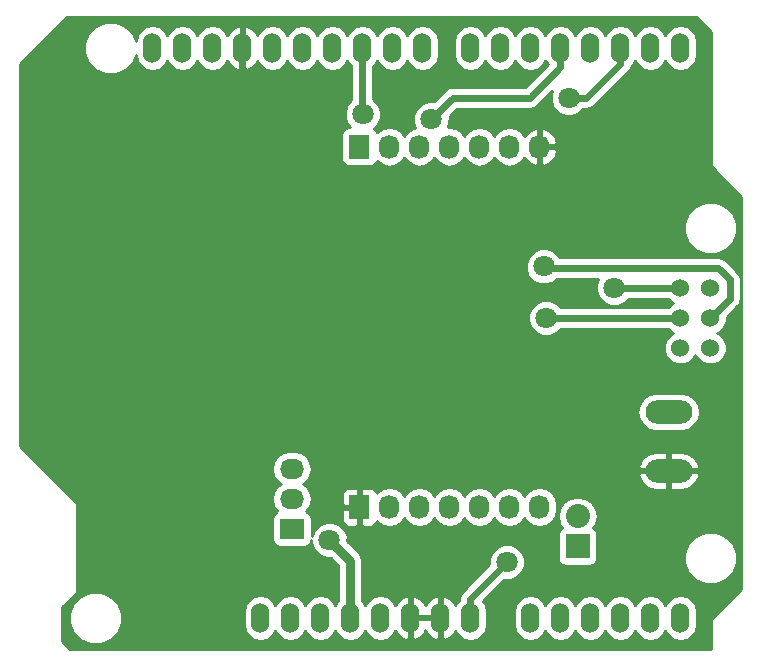
<source format=gtl>
G04 #@! TF.FileFunction,Copper,L1,Top,Signal*
%FSLAX46Y46*%
G04 Gerber Fmt 4.6, Leading zero omitted, Abs format (unit mm)*
G04 Created by KiCad (PCBNEW 4.0.1-2.201512121406+6195~38~ubuntu15.10.1-stable) date lun 14 dic 2015 21:42:08 CLT*
%MOMM*%
G01*
G04 APERTURE LIST*
%ADD10C,0.150000*%
%ADD11O,3.962400X1.981200*%
%ADD12O,1.524000X2.540000*%
%ADD13C,1.524000*%
%ADD14R,1.727200X2.032000*%
%ADD15O,1.727200X2.032000*%
%ADD16R,2.032000X1.727200*%
%ADD17O,2.032000X1.727200*%
%ADD18R,2.032000X2.032000*%
%ADD19O,2.032000X2.032000*%
%ADD20C,1.800000*%
%ADD21C,0.600000*%
%ADD22C,0.750000*%
%ADD23C,0.254000*%
G04 APERTURE END LIST*
D10*
D11*
X272800000Y-133000000D03*
X272800000Y-128000000D03*
D12*
X273799300Y-145440400D03*
X271259300Y-145440400D03*
X268719300Y-145440400D03*
X261099300Y-145440400D03*
X263639300Y-145440400D03*
X266179300Y-145440400D03*
X256019300Y-145440400D03*
X253479300Y-145440400D03*
X250939300Y-145440400D03*
X245859300Y-145440400D03*
X243319300Y-145440400D03*
X273799300Y-97180400D03*
X271259300Y-97180400D03*
X268719300Y-97180400D03*
X266179300Y-97180400D03*
X263639300Y-97180400D03*
X261099300Y-97180400D03*
X258559300Y-97180400D03*
X256019300Y-97180400D03*
X251955300Y-97180400D03*
X249415300Y-97180400D03*
X246875300Y-97180400D03*
X244335300Y-97180400D03*
X241795300Y-97180400D03*
X239255300Y-97180400D03*
X236715300Y-97180400D03*
X234175300Y-97180400D03*
X248399300Y-145440400D03*
X231635300Y-97180400D03*
X229095300Y-97180400D03*
X240779300Y-145440400D03*
X238239300Y-145440400D03*
D13*
X273799300Y-117500400D03*
X276339300Y-117500400D03*
X273799300Y-120040400D03*
X276339300Y-120040400D03*
X273799300Y-122580400D03*
X276339300Y-122580400D03*
D14*
X246618500Y-136055000D03*
D15*
X249158500Y-136055000D03*
X251698500Y-136055000D03*
X254238500Y-136055000D03*
X256778500Y-136055000D03*
X259318500Y-136055000D03*
X261858500Y-136055000D03*
D14*
X246618500Y-105555000D03*
D15*
X249158500Y-105555000D03*
X251698500Y-105555000D03*
X254238500Y-105555000D03*
X256778500Y-105555000D03*
X259318500Y-105555000D03*
X261858500Y-105555000D03*
D16*
X240906300Y-137900000D03*
D17*
X240906300Y-135360000D03*
X240906300Y-132820000D03*
D18*
X265099800Y-139369800D03*
D19*
X265099800Y-136829800D03*
D20*
X264350500Y-101396800D03*
X252717300Y-103200200D03*
X239496600Y-117462300D03*
X268185900Y-117500400D03*
X262420100Y-120040400D03*
X262242300Y-115671600D03*
X246900700Y-102793800D03*
X244081300Y-138836400D03*
X259118100Y-140703300D03*
D21*
X268719300Y-98526600D02*
X268719300Y-97180400D01*
X265798300Y-101447600D02*
X268719300Y-98526600D01*
X264401300Y-101447600D02*
X265798300Y-101447600D01*
X264350500Y-101396800D02*
X264401300Y-101447600D01*
X263639300Y-98806000D02*
X263639300Y-97180400D01*
X261048500Y-101396800D02*
X263639300Y-98806000D01*
X254520700Y-101396800D02*
X261048500Y-101396800D01*
X252717300Y-103200200D02*
X254520700Y-101396800D01*
X239496600Y-117462300D02*
X236715300Y-114681000D01*
X236715300Y-114681000D02*
X236715300Y-97180400D01*
X268185900Y-117500400D02*
X273799300Y-117500400D01*
X262420100Y-120040400D02*
X273799300Y-120040400D01*
X277964900Y-118414800D02*
X276339300Y-120040400D01*
X277964900Y-116789200D02*
X277964900Y-118414800D01*
X276974300Y-115798600D02*
X277964900Y-116789200D01*
X262369300Y-115798600D02*
X276974300Y-115798600D01*
X262242300Y-115671600D02*
X262369300Y-115798600D01*
X246875300Y-102768400D02*
X246875300Y-97180400D01*
X246900700Y-102793800D02*
X246875300Y-102768400D01*
D22*
X245859300Y-140614400D02*
X245859300Y-145440400D01*
X244081300Y-138836400D02*
X245859300Y-140614400D01*
D21*
X256019300Y-143802100D02*
X256019300Y-145440400D01*
X259118100Y-140703300D02*
X256019300Y-143802100D01*
D23*
G36*
X276402800Y-95836006D02*
X276402800Y-107213400D01*
X276412806Y-107262810D01*
X276439997Y-107303203D01*
X278942800Y-109806006D01*
X278942800Y-142974794D01*
X276439997Y-145477597D01*
X276412134Y-145519611D01*
X276402800Y-145567400D01*
X276402800Y-148043900D01*
X222162906Y-148043900D01*
X221475300Y-147356294D01*
X221475300Y-145880543D01*
X222046415Y-145880543D01*
X222384058Y-146697700D01*
X223008711Y-147323445D01*
X223825278Y-147662513D01*
X224709443Y-147663285D01*
X225526600Y-147325642D01*
X226152345Y-146700989D01*
X226491413Y-145884422D01*
X226492185Y-145000257D01*
X226448727Y-144895079D01*
X236842300Y-144895079D01*
X236842300Y-145985721D01*
X236948640Y-146520330D01*
X237251472Y-146973549D01*
X237704691Y-147276381D01*
X238239300Y-147382721D01*
X238773909Y-147276381D01*
X239227128Y-146973549D01*
X239509300Y-146551250D01*
X239791472Y-146973549D01*
X240244691Y-147276381D01*
X240779300Y-147382721D01*
X241313909Y-147276381D01*
X241767128Y-146973549D01*
X242049300Y-146551250D01*
X242331472Y-146973549D01*
X242784691Y-147276381D01*
X243319300Y-147382721D01*
X243853909Y-147276381D01*
X244307128Y-146973549D01*
X244589300Y-146551250D01*
X244871472Y-146973549D01*
X245324691Y-147276381D01*
X245859300Y-147382721D01*
X246393909Y-147276381D01*
X246847128Y-146973549D01*
X247129300Y-146551250D01*
X247411472Y-146973549D01*
X247864691Y-147276381D01*
X248399300Y-147382721D01*
X248933909Y-147276381D01*
X249387128Y-146973549D01*
X249678630Y-146537287D01*
X249697241Y-146600341D01*
X250041274Y-147026030D01*
X250522023Y-147287660D01*
X250596230Y-147302620D01*
X250812300Y-147180120D01*
X250812300Y-145567400D01*
X251066300Y-145567400D01*
X251066300Y-147180120D01*
X251282370Y-147302620D01*
X251356577Y-147287660D01*
X251837326Y-147026030D01*
X252181359Y-146600341D01*
X252209300Y-146505677D01*
X252237241Y-146600341D01*
X252581274Y-147026030D01*
X253062023Y-147287660D01*
X253136230Y-147302620D01*
X253352300Y-147180120D01*
X253352300Y-145567400D01*
X251066300Y-145567400D01*
X250812300Y-145567400D01*
X250792300Y-145567400D01*
X250792300Y-145313400D01*
X250812300Y-145313400D01*
X250812300Y-143700680D01*
X251066300Y-143700680D01*
X251066300Y-145313400D01*
X253352300Y-145313400D01*
X253352300Y-143700680D01*
X253606300Y-143700680D01*
X253606300Y-145313400D01*
X253626300Y-145313400D01*
X253626300Y-145567400D01*
X253606300Y-145567400D01*
X253606300Y-147180120D01*
X253822370Y-147302620D01*
X253896577Y-147287660D01*
X254377326Y-147026030D01*
X254721359Y-146600341D01*
X254739970Y-146537287D01*
X255031472Y-146973549D01*
X255484691Y-147276381D01*
X256019300Y-147382721D01*
X256553909Y-147276381D01*
X257007128Y-146973549D01*
X257309960Y-146520330D01*
X257416300Y-145985721D01*
X257416300Y-144895079D01*
X259702300Y-144895079D01*
X259702300Y-145985721D01*
X259808640Y-146520330D01*
X260111472Y-146973549D01*
X260564691Y-147276381D01*
X261099300Y-147382721D01*
X261633909Y-147276381D01*
X262087128Y-146973549D01*
X262369300Y-146551250D01*
X262651472Y-146973549D01*
X263104691Y-147276381D01*
X263639300Y-147382721D01*
X264173909Y-147276381D01*
X264627128Y-146973549D01*
X264909300Y-146551250D01*
X265191472Y-146973549D01*
X265644691Y-147276381D01*
X266179300Y-147382721D01*
X266713909Y-147276381D01*
X267167128Y-146973549D01*
X267449300Y-146551250D01*
X267731472Y-146973549D01*
X268184691Y-147276381D01*
X268719300Y-147382721D01*
X269253909Y-147276381D01*
X269707128Y-146973549D01*
X269989300Y-146551250D01*
X270271472Y-146973549D01*
X270724691Y-147276381D01*
X271259300Y-147382721D01*
X271793909Y-147276381D01*
X272247128Y-146973549D01*
X272529300Y-146551250D01*
X272811472Y-146973549D01*
X273264691Y-147276381D01*
X273799300Y-147382721D01*
X274333909Y-147276381D01*
X274787128Y-146973549D01*
X275089960Y-146520330D01*
X275196300Y-145985721D01*
X275196300Y-144895079D01*
X275089960Y-144360470D01*
X274787128Y-143907251D01*
X274333909Y-143604419D01*
X273799300Y-143498079D01*
X273264691Y-143604419D01*
X272811472Y-143907251D01*
X272529300Y-144329550D01*
X272247128Y-143907251D01*
X271793909Y-143604419D01*
X271259300Y-143498079D01*
X270724691Y-143604419D01*
X270271472Y-143907251D01*
X269989300Y-144329550D01*
X269707128Y-143907251D01*
X269253909Y-143604419D01*
X268719300Y-143498079D01*
X268184691Y-143604419D01*
X267731472Y-143907251D01*
X267449300Y-144329550D01*
X267167128Y-143907251D01*
X266713909Y-143604419D01*
X266179300Y-143498079D01*
X265644691Y-143604419D01*
X265191472Y-143907251D01*
X264909300Y-144329550D01*
X264627128Y-143907251D01*
X264173909Y-143604419D01*
X263639300Y-143498079D01*
X263104691Y-143604419D01*
X262651472Y-143907251D01*
X262369300Y-144329550D01*
X262087128Y-143907251D01*
X261633909Y-143604419D01*
X261099300Y-143498079D01*
X260564691Y-143604419D01*
X260111472Y-143907251D01*
X259808640Y-144360470D01*
X259702300Y-144895079D01*
X257416300Y-144895079D01*
X257309960Y-144360470D01*
X257098977Y-144044713D01*
X258905575Y-142238115D01*
X259422091Y-142238565D01*
X259986471Y-142005368D01*
X260418651Y-141573943D01*
X260652833Y-141009970D01*
X260653365Y-140399309D01*
X260420168Y-139834929D01*
X259988743Y-139402749D01*
X259424770Y-139168567D01*
X258814109Y-139168035D01*
X258249729Y-139401232D01*
X257817549Y-139832657D01*
X257583367Y-140396630D01*
X257582914Y-140916196D01*
X255358155Y-143140955D01*
X255155473Y-143444291D01*
X255084300Y-143802100D01*
X255084300Y-143871952D01*
X255031472Y-143907251D01*
X254739970Y-144343513D01*
X254721359Y-144280459D01*
X254377326Y-143854770D01*
X253896577Y-143593140D01*
X253822370Y-143578180D01*
X253606300Y-143700680D01*
X253352300Y-143700680D01*
X253136230Y-143578180D01*
X253062023Y-143593140D01*
X252581274Y-143854770D01*
X252237241Y-144280459D01*
X252209300Y-144375123D01*
X252181359Y-144280459D01*
X251837326Y-143854770D01*
X251356577Y-143593140D01*
X251282370Y-143578180D01*
X251066300Y-143700680D01*
X250812300Y-143700680D01*
X250596230Y-143578180D01*
X250522023Y-143593140D01*
X250041274Y-143854770D01*
X249697241Y-144280459D01*
X249678630Y-144343513D01*
X249387128Y-143907251D01*
X248933909Y-143604419D01*
X248399300Y-143498079D01*
X247864691Y-143604419D01*
X247411472Y-143907251D01*
X247129300Y-144329550D01*
X246869300Y-143940434D01*
X246869300Y-140614400D01*
X246792418Y-140227890D01*
X246573478Y-139900222D01*
X245616207Y-138942951D01*
X245616565Y-138532409D01*
X245383368Y-137968029D01*
X244951943Y-137535849D01*
X244387970Y-137301667D01*
X243777309Y-137301135D01*
X243212929Y-137534332D01*
X242780749Y-137965757D01*
X242569740Y-138473923D01*
X242569740Y-137036400D01*
X242525462Y-136801083D01*
X242386390Y-136584959D01*
X242174190Y-136439969D01*
X242132861Y-136431600D01*
X242150715Y-136419670D01*
X242203447Y-136340750D01*
X245119900Y-136340750D01*
X245119900Y-137197309D01*
X245216573Y-137430698D01*
X245395201Y-137609327D01*
X245628590Y-137706000D01*
X246332750Y-137706000D01*
X246491500Y-137547250D01*
X246491500Y-136182000D01*
X245278650Y-136182000D01*
X245119900Y-136340750D01*
X242203447Y-136340750D01*
X242475571Y-135933489D01*
X242589645Y-135360000D01*
X242500670Y-134912691D01*
X245119900Y-134912691D01*
X245119900Y-135769250D01*
X245278650Y-135928000D01*
X246491500Y-135928000D01*
X246491500Y-134562750D01*
X246745500Y-134562750D01*
X246745500Y-135928000D01*
X246765500Y-135928000D01*
X246765500Y-136182000D01*
X246745500Y-136182000D01*
X246745500Y-137547250D01*
X246904250Y-137706000D01*
X247608410Y-137706000D01*
X247841799Y-137609327D01*
X248020427Y-137430698D01*
X248084000Y-137277220D01*
X248098830Y-137299415D01*
X248585011Y-137624271D01*
X249158500Y-137738345D01*
X249731989Y-137624271D01*
X250218170Y-137299415D01*
X250428500Y-136984634D01*
X250638830Y-137299415D01*
X251125011Y-137624271D01*
X251698500Y-137738345D01*
X252271989Y-137624271D01*
X252758170Y-137299415D01*
X252968500Y-136984634D01*
X253178830Y-137299415D01*
X253665011Y-137624271D01*
X254238500Y-137738345D01*
X254811989Y-137624271D01*
X255298170Y-137299415D01*
X255508500Y-136984634D01*
X255718830Y-137299415D01*
X256205011Y-137624271D01*
X256778500Y-137738345D01*
X257351989Y-137624271D01*
X257838170Y-137299415D01*
X258048500Y-136984634D01*
X258258830Y-137299415D01*
X258745011Y-137624271D01*
X259318500Y-137738345D01*
X259891989Y-137624271D01*
X260378170Y-137299415D01*
X260588500Y-136984634D01*
X260798830Y-137299415D01*
X261285011Y-137624271D01*
X261858500Y-137738345D01*
X262431989Y-137624271D01*
X262918170Y-137299415D01*
X263231956Y-136829800D01*
X263416455Y-136829800D01*
X263542130Y-137461610D01*
X263769299Y-137801592D01*
X263632359Y-137889710D01*
X263487369Y-138101910D01*
X263436360Y-138353800D01*
X263436360Y-140385800D01*
X263480638Y-140621117D01*
X263619710Y-140837241D01*
X263831910Y-140982231D01*
X264083800Y-141033240D01*
X266115800Y-141033240D01*
X266351117Y-140988962D01*
X266567241Y-140849890D01*
X266600958Y-140800543D01*
X274116415Y-140800543D01*
X274454058Y-141617700D01*
X275078711Y-142243445D01*
X275895278Y-142582513D01*
X276779443Y-142583285D01*
X277596600Y-142245642D01*
X278222345Y-141620989D01*
X278561413Y-140804422D01*
X278562185Y-139920257D01*
X278224542Y-139103100D01*
X277599889Y-138477355D01*
X276783322Y-138138287D01*
X275899157Y-138137515D01*
X275082000Y-138475158D01*
X274456255Y-139099811D01*
X274117187Y-139916378D01*
X274116415Y-140800543D01*
X266600958Y-140800543D01*
X266712231Y-140637690D01*
X266763240Y-140385800D01*
X266763240Y-138353800D01*
X266718962Y-138118483D01*
X266579890Y-137902359D01*
X266430963Y-137800602D01*
X266657470Y-137461610D01*
X266783145Y-136829800D01*
X266657470Y-136197990D01*
X266299578Y-135662367D01*
X265763955Y-135304475D01*
X265132145Y-135178800D01*
X265067455Y-135178800D01*
X264435645Y-135304475D01*
X263900022Y-135662367D01*
X263542130Y-136197990D01*
X263416455Y-136829800D01*
X263231956Y-136829800D01*
X263243026Y-136813234D01*
X263357100Y-136239745D01*
X263357100Y-135870255D01*
X263243026Y-135296766D01*
X262918170Y-134810585D01*
X262431989Y-134485729D01*
X261858500Y-134371655D01*
X261285011Y-134485729D01*
X260798830Y-134810585D01*
X260588500Y-135125366D01*
X260378170Y-134810585D01*
X259891989Y-134485729D01*
X259318500Y-134371655D01*
X258745011Y-134485729D01*
X258258830Y-134810585D01*
X258048500Y-135125366D01*
X257838170Y-134810585D01*
X257351989Y-134485729D01*
X256778500Y-134371655D01*
X256205011Y-134485729D01*
X255718830Y-134810585D01*
X255508500Y-135125366D01*
X255298170Y-134810585D01*
X254811989Y-134485729D01*
X254238500Y-134371655D01*
X253665011Y-134485729D01*
X253178830Y-134810585D01*
X252968500Y-135125366D01*
X252758170Y-134810585D01*
X252271989Y-134485729D01*
X251698500Y-134371655D01*
X251125011Y-134485729D01*
X250638830Y-134810585D01*
X250428500Y-135125366D01*
X250218170Y-134810585D01*
X249731989Y-134485729D01*
X249158500Y-134371655D01*
X248585011Y-134485729D01*
X248098830Y-134810585D01*
X248084000Y-134832780D01*
X248020427Y-134679302D01*
X247841799Y-134500673D01*
X247608410Y-134404000D01*
X246904250Y-134404000D01*
X246745500Y-134562750D01*
X246491500Y-134562750D01*
X246332750Y-134404000D01*
X245628590Y-134404000D01*
X245395201Y-134500673D01*
X245216573Y-134679302D01*
X245119900Y-134912691D01*
X242500670Y-134912691D01*
X242475571Y-134786511D01*
X242150715Y-134300330D01*
X241835934Y-134090000D01*
X242150715Y-133879670D01*
X242475571Y-133393489D01*
X242478461Y-133378959D01*
X270228589Y-133378959D01*
X270258940Y-133504757D01*
X270570124Y-134059670D01*
X271069977Y-134453258D01*
X271682400Y-134625600D01*
X272673000Y-134625600D01*
X272673000Y-133127000D01*
X272927000Y-133127000D01*
X272927000Y-134625600D01*
X273917600Y-134625600D01*
X274530023Y-134453258D01*
X275029876Y-134059670D01*
X275341060Y-133504757D01*
X275371411Y-133378959D01*
X275251942Y-133127000D01*
X272927000Y-133127000D01*
X272673000Y-133127000D01*
X270348058Y-133127000D01*
X270228589Y-133378959D01*
X242478461Y-133378959D01*
X242589645Y-132820000D01*
X242550070Y-132621041D01*
X270228589Y-132621041D01*
X270348058Y-132873000D01*
X272673000Y-132873000D01*
X272673000Y-131374400D01*
X272927000Y-131374400D01*
X272927000Y-132873000D01*
X275251942Y-132873000D01*
X275371411Y-132621041D01*
X275341060Y-132495243D01*
X275029876Y-131940330D01*
X274530023Y-131546742D01*
X273917600Y-131374400D01*
X272927000Y-131374400D01*
X272673000Y-131374400D01*
X271682400Y-131374400D01*
X271069977Y-131546742D01*
X270570124Y-131940330D01*
X270258940Y-132495243D01*
X270228589Y-132621041D01*
X242550070Y-132621041D01*
X242475571Y-132246511D01*
X242150715Y-131760330D01*
X241664534Y-131435474D01*
X241091045Y-131321400D01*
X240721555Y-131321400D01*
X240148066Y-131435474D01*
X239661885Y-131760330D01*
X239337029Y-132246511D01*
X239222955Y-132820000D01*
X239337029Y-133393489D01*
X239661885Y-133879670D01*
X239976666Y-134090000D01*
X239661885Y-134300330D01*
X239337029Y-134786511D01*
X239222955Y-135360000D01*
X239337029Y-135933489D01*
X239661885Y-136419670D01*
X239676213Y-136429243D01*
X239654983Y-136433238D01*
X239438859Y-136572310D01*
X239293869Y-136784510D01*
X239242860Y-137036400D01*
X239242860Y-138763600D01*
X239287138Y-138998917D01*
X239426210Y-139215041D01*
X239638410Y-139360031D01*
X239890300Y-139411040D01*
X241922300Y-139411040D01*
X242157617Y-139366762D01*
X242373741Y-139227690D01*
X242518731Y-139015490D01*
X242546262Y-138879537D01*
X242546035Y-139140391D01*
X242779232Y-139704771D01*
X243210657Y-140136951D01*
X243774630Y-140371133D01*
X244188037Y-140371493D01*
X244849300Y-141032756D01*
X244849300Y-143940434D01*
X244589300Y-144329550D01*
X244307128Y-143907251D01*
X243853909Y-143604419D01*
X243319300Y-143498079D01*
X242784691Y-143604419D01*
X242331472Y-143907251D01*
X242049300Y-144329550D01*
X241767128Y-143907251D01*
X241313909Y-143604419D01*
X240779300Y-143498079D01*
X240244691Y-143604419D01*
X239791472Y-143907251D01*
X239509300Y-144329550D01*
X239227128Y-143907251D01*
X238773909Y-143604419D01*
X238239300Y-143498079D01*
X237704691Y-143604419D01*
X237251472Y-143907251D01*
X236948640Y-144360470D01*
X236842300Y-144895079D01*
X226448727Y-144895079D01*
X226154542Y-144183100D01*
X225529889Y-143557355D01*
X224713322Y-143218287D01*
X223829157Y-143217515D01*
X223012000Y-143555158D01*
X222386255Y-144179811D01*
X222047187Y-144996378D01*
X222046415Y-145880543D01*
X221475300Y-145880543D01*
X221475300Y-144540506D01*
X222708103Y-143307703D01*
X222735966Y-143265689D01*
X222745300Y-143217900D01*
X222745300Y-135788400D01*
X222735294Y-135738990D01*
X222708103Y-135698597D01*
X217855800Y-130846294D01*
X217855800Y-128000000D01*
X270132546Y-128000000D01*
X270256287Y-128622090D01*
X270608673Y-129149473D01*
X271136056Y-129501859D01*
X271758146Y-129625600D01*
X273841854Y-129625600D01*
X274463944Y-129501859D01*
X274991327Y-129149473D01*
X275343713Y-128622090D01*
X275467454Y-128000000D01*
X275343713Y-127377910D01*
X274991327Y-126850527D01*
X274463944Y-126498141D01*
X273841854Y-126374400D01*
X271758146Y-126374400D01*
X271136056Y-126498141D01*
X270608673Y-126850527D01*
X270256287Y-127377910D01*
X270132546Y-128000000D01*
X217855800Y-128000000D01*
X217855800Y-115975591D01*
X260707035Y-115975591D01*
X260940232Y-116539971D01*
X261371657Y-116972151D01*
X261935630Y-117206333D01*
X262546291Y-117206865D01*
X263110671Y-116973668D01*
X263351159Y-116733600D01*
X266842230Y-116733600D01*
X266651167Y-117193730D01*
X266650635Y-117804391D01*
X266883832Y-118368771D01*
X267315257Y-118800951D01*
X267879230Y-119035133D01*
X268489891Y-119035665D01*
X269054271Y-118802468D01*
X269421981Y-118435400D01*
X272758735Y-118435400D01*
X273006930Y-118684029D01*
X273214812Y-118770349D01*
X273008997Y-118855390D01*
X272758550Y-119105400D01*
X263655655Y-119105400D01*
X263290743Y-118739849D01*
X262726770Y-118505667D01*
X262116109Y-118505135D01*
X261551729Y-118738332D01*
X261119549Y-119169757D01*
X260885367Y-119733730D01*
X260884835Y-120344391D01*
X261118032Y-120908771D01*
X261549457Y-121340951D01*
X262113430Y-121575133D01*
X262724091Y-121575665D01*
X263288471Y-121342468D01*
X263656181Y-120975400D01*
X272758735Y-120975400D01*
X273006930Y-121224029D01*
X273214812Y-121310349D01*
X273008997Y-121395390D01*
X272615671Y-121788030D01*
X272402543Y-122301300D01*
X272402058Y-122857061D01*
X272614290Y-123370703D01*
X273006930Y-123764029D01*
X273520200Y-123977157D01*
X274075961Y-123977642D01*
X274589603Y-123765410D01*
X274982929Y-123372770D01*
X275069249Y-123164888D01*
X275154290Y-123370703D01*
X275546930Y-123764029D01*
X276060200Y-123977157D01*
X276615961Y-123977642D01*
X277129603Y-123765410D01*
X277522929Y-123372770D01*
X277736057Y-122859500D01*
X277736542Y-122303739D01*
X277524310Y-121790097D01*
X277131670Y-121396771D01*
X276923788Y-121310451D01*
X277129603Y-121225410D01*
X277522929Y-120832770D01*
X277736057Y-120319500D01*
X277736366Y-119965624D01*
X278626045Y-119075945D01*
X278653315Y-119035133D01*
X278828727Y-118772609D01*
X278854477Y-118643158D01*
X278899901Y-118414800D01*
X278899900Y-118414795D01*
X278899900Y-116789200D01*
X278828727Y-116431391D01*
X278626045Y-116128055D01*
X277635445Y-115137455D01*
X277332109Y-114934773D01*
X276974300Y-114863600D01*
X263569313Y-114863600D01*
X263544368Y-114803229D01*
X263112943Y-114371049D01*
X262548970Y-114136867D01*
X261938309Y-114136335D01*
X261373929Y-114369532D01*
X260941749Y-114800957D01*
X260707567Y-115364930D01*
X260707035Y-115975591D01*
X217855800Y-115975591D01*
X217855800Y-112860543D01*
X274116415Y-112860543D01*
X274454058Y-113677700D01*
X275078711Y-114303445D01*
X275895278Y-114642513D01*
X276779443Y-114643285D01*
X277596600Y-114305642D01*
X278222345Y-113680989D01*
X278561413Y-112864422D01*
X278562185Y-111980257D01*
X278224542Y-111163100D01*
X277599889Y-110537355D01*
X276783322Y-110198287D01*
X275899157Y-110197515D01*
X275082000Y-110535158D01*
X274456255Y-111159811D01*
X274117187Y-111976378D01*
X274116415Y-112860543D01*
X217855800Y-112860543D01*
X217855800Y-98566506D01*
X218801763Y-97620543D01*
X223316415Y-97620543D01*
X223654058Y-98437700D01*
X224278711Y-99063445D01*
X225095278Y-99402513D01*
X225979443Y-99403285D01*
X226796600Y-99065642D01*
X227422345Y-98440989D01*
X227705118Y-97759996D01*
X227804640Y-98260330D01*
X228107472Y-98713549D01*
X228560691Y-99016381D01*
X229095300Y-99122721D01*
X229629909Y-99016381D01*
X230083128Y-98713549D01*
X230365300Y-98291250D01*
X230647472Y-98713549D01*
X231100691Y-99016381D01*
X231635300Y-99122721D01*
X232169909Y-99016381D01*
X232623128Y-98713549D01*
X232905300Y-98291250D01*
X233187472Y-98713549D01*
X233640691Y-99016381D01*
X234175300Y-99122721D01*
X234709909Y-99016381D01*
X235163128Y-98713549D01*
X235454630Y-98277287D01*
X235473241Y-98340341D01*
X235817274Y-98766030D01*
X236298023Y-99027660D01*
X236372230Y-99042620D01*
X236588300Y-98920120D01*
X236588300Y-97307400D01*
X236568300Y-97307400D01*
X236568300Y-97053400D01*
X236588300Y-97053400D01*
X236588300Y-95440680D01*
X236842300Y-95440680D01*
X236842300Y-97053400D01*
X236862300Y-97053400D01*
X236862300Y-97307400D01*
X236842300Y-97307400D01*
X236842300Y-98920120D01*
X237058370Y-99042620D01*
X237132577Y-99027660D01*
X237613326Y-98766030D01*
X237957359Y-98340341D01*
X237975970Y-98277287D01*
X238267472Y-98713549D01*
X238720691Y-99016381D01*
X239255300Y-99122721D01*
X239789909Y-99016381D01*
X240243128Y-98713549D01*
X240525300Y-98291250D01*
X240807472Y-98713549D01*
X241260691Y-99016381D01*
X241795300Y-99122721D01*
X242329909Y-99016381D01*
X242783128Y-98713549D01*
X243065300Y-98291250D01*
X243347472Y-98713549D01*
X243800691Y-99016381D01*
X244335300Y-99122721D01*
X244869909Y-99016381D01*
X245323128Y-98713549D01*
X245605300Y-98291250D01*
X245887472Y-98713549D01*
X245940300Y-98748848D01*
X245940300Y-101583600D01*
X245600149Y-101923157D01*
X245365967Y-102487130D01*
X245365435Y-103097791D01*
X245598632Y-103662171D01*
X245827620Y-103891560D01*
X245754900Y-103891560D01*
X245519583Y-103935838D01*
X245303459Y-104074910D01*
X245158469Y-104287110D01*
X245107460Y-104539000D01*
X245107460Y-106571000D01*
X245151738Y-106806317D01*
X245290810Y-107022441D01*
X245503010Y-107167431D01*
X245754900Y-107218440D01*
X247482100Y-107218440D01*
X247717417Y-107174162D01*
X247933541Y-107035090D01*
X248078531Y-106822890D01*
X248086900Y-106781561D01*
X248098830Y-106799415D01*
X248585011Y-107124271D01*
X249158500Y-107238345D01*
X249731989Y-107124271D01*
X250218170Y-106799415D01*
X250428500Y-106484634D01*
X250638830Y-106799415D01*
X251125011Y-107124271D01*
X251698500Y-107238345D01*
X252271989Y-107124271D01*
X252758170Y-106799415D01*
X252968500Y-106484634D01*
X253178830Y-106799415D01*
X253665011Y-107124271D01*
X254238500Y-107238345D01*
X254811989Y-107124271D01*
X255298170Y-106799415D01*
X255508500Y-106484634D01*
X255718830Y-106799415D01*
X256205011Y-107124271D01*
X256778500Y-107238345D01*
X257351989Y-107124271D01*
X257838170Y-106799415D01*
X258048500Y-106484634D01*
X258258830Y-106799415D01*
X258745011Y-107124271D01*
X259318500Y-107238345D01*
X259891989Y-107124271D01*
X260378170Y-106799415D01*
X260584961Y-106489931D01*
X260956464Y-106905732D01*
X261483709Y-107159709D01*
X261499474Y-107162358D01*
X261731500Y-107041217D01*
X261731500Y-105682000D01*
X261985500Y-105682000D01*
X261985500Y-107041217D01*
X262217526Y-107162358D01*
X262233291Y-107159709D01*
X262760536Y-106905732D01*
X263150454Y-106469320D01*
X263343684Y-105916913D01*
X263199424Y-105682000D01*
X261985500Y-105682000D01*
X261731500Y-105682000D01*
X261711500Y-105682000D01*
X261711500Y-105428000D01*
X261731500Y-105428000D01*
X261731500Y-104068783D01*
X261985500Y-104068783D01*
X261985500Y-105428000D01*
X263199424Y-105428000D01*
X263343684Y-105193087D01*
X263150454Y-104640680D01*
X262760536Y-104204268D01*
X262233291Y-103950291D01*
X262217526Y-103947642D01*
X261985500Y-104068783D01*
X261731500Y-104068783D01*
X261499474Y-103947642D01*
X261483709Y-103950291D01*
X260956464Y-104204268D01*
X260584961Y-104620069D01*
X260378170Y-104310585D01*
X259891989Y-103985729D01*
X259318500Y-103871655D01*
X258745011Y-103985729D01*
X258258830Y-104310585D01*
X258048500Y-104625366D01*
X257838170Y-104310585D01*
X257351989Y-103985729D01*
X256778500Y-103871655D01*
X256205011Y-103985729D01*
X255718830Y-104310585D01*
X255508500Y-104625366D01*
X255298170Y-104310585D01*
X254811989Y-103985729D01*
X254238500Y-103871655D01*
X254088142Y-103901563D01*
X254252033Y-103506870D01*
X254252486Y-102987304D01*
X254907990Y-102331800D01*
X261048500Y-102331800D01*
X261406309Y-102260627D01*
X261709645Y-102057945D01*
X262913978Y-100853611D01*
X262815767Y-101090130D01*
X262815235Y-101700791D01*
X263048432Y-102265171D01*
X263479857Y-102697351D01*
X264043830Y-102931533D01*
X264654491Y-102932065D01*
X265218871Y-102698868D01*
X265535692Y-102382600D01*
X265798300Y-102382600D01*
X266156109Y-102311427D01*
X266459445Y-102108745D01*
X269380445Y-99187745D01*
X269583127Y-98884409D01*
X269603316Y-98782914D01*
X269707128Y-98713549D01*
X269989300Y-98291250D01*
X270271472Y-98713549D01*
X270724691Y-99016381D01*
X271259300Y-99122721D01*
X271793909Y-99016381D01*
X272247128Y-98713549D01*
X272529300Y-98291250D01*
X272811472Y-98713549D01*
X273264691Y-99016381D01*
X273799300Y-99122721D01*
X274333909Y-99016381D01*
X274787128Y-98713549D01*
X275089960Y-98260330D01*
X275196300Y-97725721D01*
X275196300Y-96635079D01*
X275089960Y-96100470D01*
X274787128Y-95647251D01*
X274333909Y-95344419D01*
X273799300Y-95238079D01*
X273264691Y-95344419D01*
X272811472Y-95647251D01*
X272529300Y-96069550D01*
X272247128Y-95647251D01*
X271793909Y-95344419D01*
X271259300Y-95238079D01*
X270724691Y-95344419D01*
X270271472Y-95647251D01*
X269989300Y-96069550D01*
X269707128Y-95647251D01*
X269253909Y-95344419D01*
X268719300Y-95238079D01*
X268184691Y-95344419D01*
X267731472Y-95647251D01*
X267449300Y-96069550D01*
X267167128Y-95647251D01*
X266713909Y-95344419D01*
X266179300Y-95238079D01*
X265644691Y-95344419D01*
X265191472Y-95647251D01*
X264909300Y-96069550D01*
X264627128Y-95647251D01*
X264173909Y-95344419D01*
X263639300Y-95238079D01*
X263104691Y-95344419D01*
X262651472Y-95647251D01*
X262369300Y-96069550D01*
X262087128Y-95647251D01*
X261633909Y-95344419D01*
X261099300Y-95238079D01*
X260564691Y-95344419D01*
X260111472Y-95647251D01*
X259829300Y-96069550D01*
X259547128Y-95647251D01*
X259093909Y-95344419D01*
X258559300Y-95238079D01*
X258024691Y-95344419D01*
X257571472Y-95647251D01*
X257289300Y-96069550D01*
X257007128Y-95647251D01*
X256553909Y-95344419D01*
X256019300Y-95238079D01*
X255484691Y-95344419D01*
X255031472Y-95647251D01*
X254728640Y-96100470D01*
X254622300Y-96635079D01*
X254622300Y-97725721D01*
X254728640Y-98260330D01*
X255031472Y-98713549D01*
X255484691Y-99016381D01*
X256019300Y-99122721D01*
X256553909Y-99016381D01*
X257007128Y-98713549D01*
X257289300Y-98291250D01*
X257571472Y-98713549D01*
X258024691Y-99016381D01*
X258559300Y-99122721D01*
X259093909Y-99016381D01*
X259547128Y-98713549D01*
X259829300Y-98291250D01*
X260111472Y-98713549D01*
X260564691Y-99016381D01*
X261099300Y-99122721D01*
X261633909Y-99016381D01*
X262087128Y-98713549D01*
X262369300Y-98291250D01*
X262554536Y-98568475D01*
X260661210Y-100461800D01*
X254520700Y-100461800D01*
X254162891Y-100532973D01*
X253859555Y-100735655D01*
X252929825Y-101665385D01*
X252413309Y-101664935D01*
X251848929Y-101898132D01*
X251416749Y-102329557D01*
X251182567Y-102893530D01*
X251182035Y-103504191D01*
X251361561Y-103938676D01*
X251125011Y-103985729D01*
X250638830Y-104310585D01*
X250428500Y-104625366D01*
X250218170Y-104310585D01*
X249731989Y-103985729D01*
X249158500Y-103871655D01*
X248585011Y-103985729D01*
X248098830Y-104310585D01*
X248089257Y-104324913D01*
X248085262Y-104303683D01*
X247946190Y-104087559D01*
X247845983Y-104019090D01*
X248201251Y-103664443D01*
X248435433Y-103100470D01*
X248435965Y-102489809D01*
X248202768Y-101925429D01*
X247810300Y-101532274D01*
X247810300Y-98748848D01*
X247863128Y-98713549D01*
X248145300Y-98291250D01*
X248427472Y-98713549D01*
X248880691Y-99016381D01*
X249415300Y-99122721D01*
X249949909Y-99016381D01*
X250403128Y-98713549D01*
X250685300Y-98291250D01*
X250967472Y-98713549D01*
X251420691Y-99016381D01*
X251955300Y-99122721D01*
X252489909Y-99016381D01*
X252943128Y-98713549D01*
X253245960Y-98260330D01*
X253352300Y-97725721D01*
X253352300Y-96635079D01*
X253245960Y-96100470D01*
X252943128Y-95647251D01*
X252489909Y-95344419D01*
X251955300Y-95238079D01*
X251420691Y-95344419D01*
X250967472Y-95647251D01*
X250685300Y-96069550D01*
X250403128Y-95647251D01*
X249949909Y-95344419D01*
X249415300Y-95238079D01*
X248880691Y-95344419D01*
X248427472Y-95647251D01*
X248145300Y-96069550D01*
X247863128Y-95647251D01*
X247409909Y-95344419D01*
X246875300Y-95238079D01*
X246340691Y-95344419D01*
X245887472Y-95647251D01*
X245605300Y-96069550D01*
X245323128Y-95647251D01*
X244869909Y-95344419D01*
X244335300Y-95238079D01*
X243800691Y-95344419D01*
X243347472Y-95647251D01*
X243065300Y-96069550D01*
X242783128Y-95647251D01*
X242329909Y-95344419D01*
X241795300Y-95238079D01*
X241260691Y-95344419D01*
X240807472Y-95647251D01*
X240525300Y-96069550D01*
X240243128Y-95647251D01*
X239789909Y-95344419D01*
X239255300Y-95238079D01*
X238720691Y-95344419D01*
X238267472Y-95647251D01*
X237975970Y-96083513D01*
X237957359Y-96020459D01*
X237613326Y-95594770D01*
X237132577Y-95333140D01*
X237058370Y-95318180D01*
X236842300Y-95440680D01*
X236588300Y-95440680D01*
X236372230Y-95318180D01*
X236298023Y-95333140D01*
X235817274Y-95594770D01*
X235473241Y-96020459D01*
X235454630Y-96083513D01*
X235163128Y-95647251D01*
X234709909Y-95344419D01*
X234175300Y-95238079D01*
X233640691Y-95344419D01*
X233187472Y-95647251D01*
X232905300Y-96069550D01*
X232623128Y-95647251D01*
X232169909Y-95344419D01*
X231635300Y-95238079D01*
X231100691Y-95344419D01*
X230647472Y-95647251D01*
X230365300Y-96069550D01*
X230083128Y-95647251D01*
X229629909Y-95344419D01*
X229095300Y-95238079D01*
X228560691Y-95344419D01*
X228107472Y-95647251D01*
X227804640Y-96100470D01*
X227704938Y-96601708D01*
X227424542Y-95923100D01*
X226799889Y-95297355D01*
X225983322Y-94958287D01*
X225099157Y-94957515D01*
X224282000Y-95295158D01*
X223656255Y-95919811D01*
X223317187Y-96736378D01*
X223316415Y-97620543D01*
X218801763Y-97620543D01*
X221845406Y-94576900D01*
X275143694Y-94576900D01*
X276402800Y-95836006D01*
X276402800Y-95836006D01*
G37*
X276402800Y-95836006D02*
X276402800Y-107213400D01*
X276412806Y-107262810D01*
X276439997Y-107303203D01*
X278942800Y-109806006D01*
X278942800Y-142974794D01*
X276439997Y-145477597D01*
X276412134Y-145519611D01*
X276402800Y-145567400D01*
X276402800Y-148043900D01*
X222162906Y-148043900D01*
X221475300Y-147356294D01*
X221475300Y-145880543D01*
X222046415Y-145880543D01*
X222384058Y-146697700D01*
X223008711Y-147323445D01*
X223825278Y-147662513D01*
X224709443Y-147663285D01*
X225526600Y-147325642D01*
X226152345Y-146700989D01*
X226491413Y-145884422D01*
X226492185Y-145000257D01*
X226448727Y-144895079D01*
X236842300Y-144895079D01*
X236842300Y-145985721D01*
X236948640Y-146520330D01*
X237251472Y-146973549D01*
X237704691Y-147276381D01*
X238239300Y-147382721D01*
X238773909Y-147276381D01*
X239227128Y-146973549D01*
X239509300Y-146551250D01*
X239791472Y-146973549D01*
X240244691Y-147276381D01*
X240779300Y-147382721D01*
X241313909Y-147276381D01*
X241767128Y-146973549D01*
X242049300Y-146551250D01*
X242331472Y-146973549D01*
X242784691Y-147276381D01*
X243319300Y-147382721D01*
X243853909Y-147276381D01*
X244307128Y-146973549D01*
X244589300Y-146551250D01*
X244871472Y-146973549D01*
X245324691Y-147276381D01*
X245859300Y-147382721D01*
X246393909Y-147276381D01*
X246847128Y-146973549D01*
X247129300Y-146551250D01*
X247411472Y-146973549D01*
X247864691Y-147276381D01*
X248399300Y-147382721D01*
X248933909Y-147276381D01*
X249387128Y-146973549D01*
X249678630Y-146537287D01*
X249697241Y-146600341D01*
X250041274Y-147026030D01*
X250522023Y-147287660D01*
X250596230Y-147302620D01*
X250812300Y-147180120D01*
X250812300Y-145567400D01*
X251066300Y-145567400D01*
X251066300Y-147180120D01*
X251282370Y-147302620D01*
X251356577Y-147287660D01*
X251837326Y-147026030D01*
X252181359Y-146600341D01*
X252209300Y-146505677D01*
X252237241Y-146600341D01*
X252581274Y-147026030D01*
X253062023Y-147287660D01*
X253136230Y-147302620D01*
X253352300Y-147180120D01*
X253352300Y-145567400D01*
X251066300Y-145567400D01*
X250812300Y-145567400D01*
X250792300Y-145567400D01*
X250792300Y-145313400D01*
X250812300Y-145313400D01*
X250812300Y-143700680D01*
X251066300Y-143700680D01*
X251066300Y-145313400D01*
X253352300Y-145313400D01*
X253352300Y-143700680D01*
X253606300Y-143700680D01*
X253606300Y-145313400D01*
X253626300Y-145313400D01*
X253626300Y-145567400D01*
X253606300Y-145567400D01*
X253606300Y-147180120D01*
X253822370Y-147302620D01*
X253896577Y-147287660D01*
X254377326Y-147026030D01*
X254721359Y-146600341D01*
X254739970Y-146537287D01*
X255031472Y-146973549D01*
X255484691Y-147276381D01*
X256019300Y-147382721D01*
X256553909Y-147276381D01*
X257007128Y-146973549D01*
X257309960Y-146520330D01*
X257416300Y-145985721D01*
X257416300Y-144895079D01*
X259702300Y-144895079D01*
X259702300Y-145985721D01*
X259808640Y-146520330D01*
X260111472Y-146973549D01*
X260564691Y-147276381D01*
X261099300Y-147382721D01*
X261633909Y-147276381D01*
X262087128Y-146973549D01*
X262369300Y-146551250D01*
X262651472Y-146973549D01*
X263104691Y-147276381D01*
X263639300Y-147382721D01*
X264173909Y-147276381D01*
X264627128Y-146973549D01*
X264909300Y-146551250D01*
X265191472Y-146973549D01*
X265644691Y-147276381D01*
X266179300Y-147382721D01*
X266713909Y-147276381D01*
X267167128Y-146973549D01*
X267449300Y-146551250D01*
X267731472Y-146973549D01*
X268184691Y-147276381D01*
X268719300Y-147382721D01*
X269253909Y-147276381D01*
X269707128Y-146973549D01*
X269989300Y-146551250D01*
X270271472Y-146973549D01*
X270724691Y-147276381D01*
X271259300Y-147382721D01*
X271793909Y-147276381D01*
X272247128Y-146973549D01*
X272529300Y-146551250D01*
X272811472Y-146973549D01*
X273264691Y-147276381D01*
X273799300Y-147382721D01*
X274333909Y-147276381D01*
X274787128Y-146973549D01*
X275089960Y-146520330D01*
X275196300Y-145985721D01*
X275196300Y-144895079D01*
X275089960Y-144360470D01*
X274787128Y-143907251D01*
X274333909Y-143604419D01*
X273799300Y-143498079D01*
X273264691Y-143604419D01*
X272811472Y-143907251D01*
X272529300Y-144329550D01*
X272247128Y-143907251D01*
X271793909Y-143604419D01*
X271259300Y-143498079D01*
X270724691Y-143604419D01*
X270271472Y-143907251D01*
X269989300Y-144329550D01*
X269707128Y-143907251D01*
X269253909Y-143604419D01*
X268719300Y-143498079D01*
X268184691Y-143604419D01*
X267731472Y-143907251D01*
X267449300Y-144329550D01*
X267167128Y-143907251D01*
X266713909Y-143604419D01*
X266179300Y-143498079D01*
X265644691Y-143604419D01*
X265191472Y-143907251D01*
X264909300Y-144329550D01*
X264627128Y-143907251D01*
X264173909Y-143604419D01*
X263639300Y-143498079D01*
X263104691Y-143604419D01*
X262651472Y-143907251D01*
X262369300Y-144329550D01*
X262087128Y-143907251D01*
X261633909Y-143604419D01*
X261099300Y-143498079D01*
X260564691Y-143604419D01*
X260111472Y-143907251D01*
X259808640Y-144360470D01*
X259702300Y-144895079D01*
X257416300Y-144895079D01*
X257309960Y-144360470D01*
X257098977Y-144044713D01*
X258905575Y-142238115D01*
X259422091Y-142238565D01*
X259986471Y-142005368D01*
X260418651Y-141573943D01*
X260652833Y-141009970D01*
X260653365Y-140399309D01*
X260420168Y-139834929D01*
X259988743Y-139402749D01*
X259424770Y-139168567D01*
X258814109Y-139168035D01*
X258249729Y-139401232D01*
X257817549Y-139832657D01*
X257583367Y-140396630D01*
X257582914Y-140916196D01*
X255358155Y-143140955D01*
X255155473Y-143444291D01*
X255084300Y-143802100D01*
X255084300Y-143871952D01*
X255031472Y-143907251D01*
X254739970Y-144343513D01*
X254721359Y-144280459D01*
X254377326Y-143854770D01*
X253896577Y-143593140D01*
X253822370Y-143578180D01*
X253606300Y-143700680D01*
X253352300Y-143700680D01*
X253136230Y-143578180D01*
X253062023Y-143593140D01*
X252581274Y-143854770D01*
X252237241Y-144280459D01*
X252209300Y-144375123D01*
X252181359Y-144280459D01*
X251837326Y-143854770D01*
X251356577Y-143593140D01*
X251282370Y-143578180D01*
X251066300Y-143700680D01*
X250812300Y-143700680D01*
X250596230Y-143578180D01*
X250522023Y-143593140D01*
X250041274Y-143854770D01*
X249697241Y-144280459D01*
X249678630Y-144343513D01*
X249387128Y-143907251D01*
X248933909Y-143604419D01*
X248399300Y-143498079D01*
X247864691Y-143604419D01*
X247411472Y-143907251D01*
X247129300Y-144329550D01*
X246869300Y-143940434D01*
X246869300Y-140614400D01*
X246792418Y-140227890D01*
X246573478Y-139900222D01*
X245616207Y-138942951D01*
X245616565Y-138532409D01*
X245383368Y-137968029D01*
X244951943Y-137535849D01*
X244387970Y-137301667D01*
X243777309Y-137301135D01*
X243212929Y-137534332D01*
X242780749Y-137965757D01*
X242569740Y-138473923D01*
X242569740Y-137036400D01*
X242525462Y-136801083D01*
X242386390Y-136584959D01*
X242174190Y-136439969D01*
X242132861Y-136431600D01*
X242150715Y-136419670D01*
X242203447Y-136340750D01*
X245119900Y-136340750D01*
X245119900Y-137197309D01*
X245216573Y-137430698D01*
X245395201Y-137609327D01*
X245628590Y-137706000D01*
X246332750Y-137706000D01*
X246491500Y-137547250D01*
X246491500Y-136182000D01*
X245278650Y-136182000D01*
X245119900Y-136340750D01*
X242203447Y-136340750D01*
X242475571Y-135933489D01*
X242589645Y-135360000D01*
X242500670Y-134912691D01*
X245119900Y-134912691D01*
X245119900Y-135769250D01*
X245278650Y-135928000D01*
X246491500Y-135928000D01*
X246491500Y-134562750D01*
X246745500Y-134562750D01*
X246745500Y-135928000D01*
X246765500Y-135928000D01*
X246765500Y-136182000D01*
X246745500Y-136182000D01*
X246745500Y-137547250D01*
X246904250Y-137706000D01*
X247608410Y-137706000D01*
X247841799Y-137609327D01*
X248020427Y-137430698D01*
X248084000Y-137277220D01*
X248098830Y-137299415D01*
X248585011Y-137624271D01*
X249158500Y-137738345D01*
X249731989Y-137624271D01*
X250218170Y-137299415D01*
X250428500Y-136984634D01*
X250638830Y-137299415D01*
X251125011Y-137624271D01*
X251698500Y-137738345D01*
X252271989Y-137624271D01*
X252758170Y-137299415D01*
X252968500Y-136984634D01*
X253178830Y-137299415D01*
X253665011Y-137624271D01*
X254238500Y-137738345D01*
X254811989Y-137624271D01*
X255298170Y-137299415D01*
X255508500Y-136984634D01*
X255718830Y-137299415D01*
X256205011Y-137624271D01*
X256778500Y-137738345D01*
X257351989Y-137624271D01*
X257838170Y-137299415D01*
X258048500Y-136984634D01*
X258258830Y-137299415D01*
X258745011Y-137624271D01*
X259318500Y-137738345D01*
X259891989Y-137624271D01*
X260378170Y-137299415D01*
X260588500Y-136984634D01*
X260798830Y-137299415D01*
X261285011Y-137624271D01*
X261858500Y-137738345D01*
X262431989Y-137624271D01*
X262918170Y-137299415D01*
X263231956Y-136829800D01*
X263416455Y-136829800D01*
X263542130Y-137461610D01*
X263769299Y-137801592D01*
X263632359Y-137889710D01*
X263487369Y-138101910D01*
X263436360Y-138353800D01*
X263436360Y-140385800D01*
X263480638Y-140621117D01*
X263619710Y-140837241D01*
X263831910Y-140982231D01*
X264083800Y-141033240D01*
X266115800Y-141033240D01*
X266351117Y-140988962D01*
X266567241Y-140849890D01*
X266600958Y-140800543D01*
X274116415Y-140800543D01*
X274454058Y-141617700D01*
X275078711Y-142243445D01*
X275895278Y-142582513D01*
X276779443Y-142583285D01*
X277596600Y-142245642D01*
X278222345Y-141620989D01*
X278561413Y-140804422D01*
X278562185Y-139920257D01*
X278224542Y-139103100D01*
X277599889Y-138477355D01*
X276783322Y-138138287D01*
X275899157Y-138137515D01*
X275082000Y-138475158D01*
X274456255Y-139099811D01*
X274117187Y-139916378D01*
X274116415Y-140800543D01*
X266600958Y-140800543D01*
X266712231Y-140637690D01*
X266763240Y-140385800D01*
X266763240Y-138353800D01*
X266718962Y-138118483D01*
X266579890Y-137902359D01*
X266430963Y-137800602D01*
X266657470Y-137461610D01*
X266783145Y-136829800D01*
X266657470Y-136197990D01*
X266299578Y-135662367D01*
X265763955Y-135304475D01*
X265132145Y-135178800D01*
X265067455Y-135178800D01*
X264435645Y-135304475D01*
X263900022Y-135662367D01*
X263542130Y-136197990D01*
X263416455Y-136829800D01*
X263231956Y-136829800D01*
X263243026Y-136813234D01*
X263357100Y-136239745D01*
X263357100Y-135870255D01*
X263243026Y-135296766D01*
X262918170Y-134810585D01*
X262431989Y-134485729D01*
X261858500Y-134371655D01*
X261285011Y-134485729D01*
X260798830Y-134810585D01*
X260588500Y-135125366D01*
X260378170Y-134810585D01*
X259891989Y-134485729D01*
X259318500Y-134371655D01*
X258745011Y-134485729D01*
X258258830Y-134810585D01*
X258048500Y-135125366D01*
X257838170Y-134810585D01*
X257351989Y-134485729D01*
X256778500Y-134371655D01*
X256205011Y-134485729D01*
X255718830Y-134810585D01*
X255508500Y-135125366D01*
X255298170Y-134810585D01*
X254811989Y-134485729D01*
X254238500Y-134371655D01*
X253665011Y-134485729D01*
X253178830Y-134810585D01*
X252968500Y-135125366D01*
X252758170Y-134810585D01*
X252271989Y-134485729D01*
X251698500Y-134371655D01*
X251125011Y-134485729D01*
X250638830Y-134810585D01*
X250428500Y-135125366D01*
X250218170Y-134810585D01*
X249731989Y-134485729D01*
X249158500Y-134371655D01*
X248585011Y-134485729D01*
X248098830Y-134810585D01*
X248084000Y-134832780D01*
X248020427Y-134679302D01*
X247841799Y-134500673D01*
X247608410Y-134404000D01*
X246904250Y-134404000D01*
X246745500Y-134562750D01*
X246491500Y-134562750D01*
X246332750Y-134404000D01*
X245628590Y-134404000D01*
X245395201Y-134500673D01*
X245216573Y-134679302D01*
X245119900Y-134912691D01*
X242500670Y-134912691D01*
X242475571Y-134786511D01*
X242150715Y-134300330D01*
X241835934Y-134090000D01*
X242150715Y-133879670D01*
X242475571Y-133393489D01*
X242478461Y-133378959D01*
X270228589Y-133378959D01*
X270258940Y-133504757D01*
X270570124Y-134059670D01*
X271069977Y-134453258D01*
X271682400Y-134625600D01*
X272673000Y-134625600D01*
X272673000Y-133127000D01*
X272927000Y-133127000D01*
X272927000Y-134625600D01*
X273917600Y-134625600D01*
X274530023Y-134453258D01*
X275029876Y-134059670D01*
X275341060Y-133504757D01*
X275371411Y-133378959D01*
X275251942Y-133127000D01*
X272927000Y-133127000D01*
X272673000Y-133127000D01*
X270348058Y-133127000D01*
X270228589Y-133378959D01*
X242478461Y-133378959D01*
X242589645Y-132820000D01*
X242550070Y-132621041D01*
X270228589Y-132621041D01*
X270348058Y-132873000D01*
X272673000Y-132873000D01*
X272673000Y-131374400D01*
X272927000Y-131374400D01*
X272927000Y-132873000D01*
X275251942Y-132873000D01*
X275371411Y-132621041D01*
X275341060Y-132495243D01*
X275029876Y-131940330D01*
X274530023Y-131546742D01*
X273917600Y-131374400D01*
X272927000Y-131374400D01*
X272673000Y-131374400D01*
X271682400Y-131374400D01*
X271069977Y-131546742D01*
X270570124Y-131940330D01*
X270258940Y-132495243D01*
X270228589Y-132621041D01*
X242550070Y-132621041D01*
X242475571Y-132246511D01*
X242150715Y-131760330D01*
X241664534Y-131435474D01*
X241091045Y-131321400D01*
X240721555Y-131321400D01*
X240148066Y-131435474D01*
X239661885Y-131760330D01*
X239337029Y-132246511D01*
X239222955Y-132820000D01*
X239337029Y-133393489D01*
X239661885Y-133879670D01*
X239976666Y-134090000D01*
X239661885Y-134300330D01*
X239337029Y-134786511D01*
X239222955Y-135360000D01*
X239337029Y-135933489D01*
X239661885Y-136419670D01*
X239676213Y-136429243D01*
X239654983Y-136433238D01*
X239438859Y-136572310D01*
X239293869Y-136784510D01*
X239242860Y-137036400D01*
X239242860Y-138763600D01*
X239287138Y-138998917D01*
X239426210Y-139215041D01*
X239638410Y-139360031D01*
X239890300Y-139411040D01*
X241922300Y-139411040D01*
X242157617Y-139366762D01*
X242373741Y-139227690D01*
X242518731Y-139015490D01*
X242546262Y-138879537D01*
X242546035Y-139140391D01*
X242779232Y-139704771D01*
X243210657Y-140136951D01*
X243774630Y-140371133D01*
X244188037Y-140371493D01*
X244849300Y-141032756D01*
X244849300Y-143940434D01*
X244589300Y-144329550D01*
X244307128Y-143907251D01*
X243853909Y-143604419D01*
X243319300Y-143498079D01*
X242784691Y-143604419D01*
X242331472Y-143907251D01*
X242049300Y-144329550D01*
X241767128Y-143907251D01*
X241313909Y-143604419D01*
X240779300Y-143498079D01*
X240244691Y-143604419D01*
X239791472Y-143907251D01*
X239509300Y-144329550D01*
X239227128Y-143907251D01*
X238773909Y-143604419D01*
X238239300Y-143498079D01*
X237704691Y-143604419D01*
X237251472Y-143907251D01*
X236948640Y-144360470D01*
X236842300Y-144895079D01*
X226448727Y-144895079D01*
X226154542Y-144183100D01*
X225529889Y-143557355D01*
X224713322Y-143218287D01*
X223829157Y-143217515D01*
X223012000Y-143555158D01*
X222386255Y-144179811D01*
X222047187Y-144996378D01*
X222046415Y-145880543D01*
X221475300Y-145880543D01*
X221475300Y-144540506D01*
X222708103Y-143307703D01*
X222735966Y-143265689D01*
X222745300Y-143217900D01*
X222745300Y-135788400D01*
X222735294Y-135738990D01*
X222708103Y-135698597D01*
X217855800Y-130846294D01*
X217855800Y-128000000D01*
X270132546Y-128000000D01*
X270256287Y-128622090D01*
X270608673Y-129149473D01*
X271136056Y-129501859D01*
X271758146Y-129625600D01*
X273841854Y-129625600D01*
X274463944Y-129501859D01*
X274991327Y-129149473D01*
X275343713Y-128622090D01*
X275467454Y-128000000D01*
X275343713Y-127377910D01*
X274991327Y-126850527D01*
X274463944Y-126498141D01*
X273841854Y-126374400D01*
X271758146Y-126374400D01*
X271136056Y-126498141D01*
X270608673Y-126850527D01*
X270256287Y-127377910D01*
X270132546Y-128000000D01*
X217855800Y-128000000D01*
X217855800Y-115975591D01*
X260707035Y-115975591D01*
X260940232Y-116539971D01*
X261371657Y-116972151D01*
X261935630Y-117206333D01*
X262546291Y-117206865D01*
X263110671Y-116973668D01*
X263351159Y-116733600D01*
X266842230Y-116733600D01*
X266651167Y-117193730D01*
X266650635Y-117804391D01*
X266883832Y-118368771D01*
X267315257Y-118800951D01*
X267879230Y-119035133D01*
X268489891Y-119035665D01*
X269054271Y-118802468D01*
X269421981Y-118435400D01*
X272758735Y-118435400D01*
X273006930Y-118684029D01*
X273214812Y-118770349D01*
X273008997Y-118855390D01*
X272758550Y-119105400D01*
X263655655Y-119105400D01*
X263290743Y-118739849D01*
X262726770Y-118505667D01*
X262116109Y-118505135D01*
X261551729Y-118738332D01*
X261119549Y-119169757D01*
X260885367Y-119733730D01*
X260884835Y-120344391D01*
X261118032Y-120908771D01*
X261549457Y-121340951D01*
X262113430Y-121575133D01*
X262724091Y-121575665D01*
X263288471Y-121342468D01*
X263656181Y-120975400D01*
X272758735Y-120975400D01*
X273006930Y-121224029D01*
X273214812Y-121310349D01*
X273008997Y-121395390D01*
X272615671Y-121788030D01*
X272402543Y-122301300D01*
X272402058Y-122857061D01*
X272614290Y-123370703D01*
X273006930Y-123764029D01*
X273520200Y-123977157D01*
X274075961Y-123977642D01*
X274589603Y-123765410D01*
X274982929Y-123372770D01*
X275069249Y-123164888D01*
X275154290Y-123370703D01*
X275546930Y-123764029D01*
X276060200Y-123977157D01*
X276615961Y-123977642D01*
X277129603Y-123765410D01*
X277522929Y-123372770D01*
X277736057Y-122859500D01*
X277736542Y-122303739D01*
X277524310Y-121790097D01*
X277131670Y-121396771D01*
X276923788Y-121310451D01*
X277129603Y-121225410D01*
X277522929Y-120832770D01*
X277736057Y-120319500D01*
X277736366Y-119965624D01*
X278626045Y-119075945D01*
X278653315Y-119035133D01*
X278828727Y-118772609D01*
X278854477Y-118643158D01*
X278899901Y-118414800D01*
X278899900Y-118414795D01*
X278899900Y-116789200D01*
X278828727Y-116431391D01*
X278626045Y-116128055D01*
X277635445Y-115137455D01*
X277332109Y-114934773D01*
X276974300Y-114863600D01*
X263569313Y-114863600D01*
X263544368Y-114803229D01*
X263112943Y-114371049D01*
X262548970Y-114136867D01*
X261938309Y-114136335D01*
X261373929Y-114369532D01*
X260941749Y-114800957D01*
X260707567Y-115364930D01*
X260707035Y-115975591D01*
X217855800Y-115975591D01*
X217855800Y-112860543D01*
X274116415Y-112860543D01*
X274454058Y-113677700D01*
X275078711Y-114303445D01*
X275895278Y-114642513D01*
X276779443Y-114643285D01*
X277596600Y-114305642D01*
X278222345Y-113680989D01*
X278561413Y-112864422D01*
X278562185Y-111980257D01*
X278224542Y-111163100D01*
X277599889Y-110537355D01*
X276783322Y-110198287D01*
X275899157Y-110197515D01*
X275082000Y-110535158D01*
X274456255Y-111159811D01*
X274117187Y-111976378D01*
X274116415Y-112860543D01*
X217855800Y-112860543D01*
X217855800Y-98566506D01*
X218801763Y-97620543D01*
X223316415Y-97620543D01*
X223654058Y-98437700D01*
X224278711Y-99063445D01*
X225095278Y-99402513D01*
X225979443Y-99403285D01*
X226796600Y-99065642D01*
X227422345Y-98440989D01*
X227705118Y-97759996D01*
X227804640Y-98260330D01*
X228107472Y-98713549D01*
X228560691Y-99016381D01*
X229095300Y-99122721D01*
X229629909Y-99016381D01*
X230083128Y-98713549D01*
X230365300Y-98291250D01*
X230647472Y-98713549D01*
X231100691Y-99016381D01*
X231635300Y-99122721D01*
X232169909Y-99016381D01*
X232623128Y-98713549D01*
X232905300Y-98291250D01*
X233187472Y-98713549D01*
X233640691Y-99016381D01*
X234175300Y-99122721D01*
X234709909Y-99016381D01*
X235163128Y-98713549D01*
X235454630Y-98277287D01*
X235473241Y-98340341D01*
X235817274Y-98766030D01*
X236298023Y-99027660D01*
X236372230Y-99042620D01*
X236588300Y-98920120D01*
X236588300Y-97307400D01*
X236568300Y-97307400D01*
X236568300Y-97053400D01*
X236588300Y-97053400D01*
X236588300Y-95440680D01*
X236842300Y-95440680D01*
X236842300Y-97053400D01*
X236862300Y-97053400D01*
X236862300Y-97307400D01*
X236842300Y-97307400D01*
X236842300Y-98920120D01*
X237058370Y-99042620D01*
X237132577Y-99027660D01*
X237613326Y-98766030D01*
X237957359Y-98340341D01*
X237975970Y-98277287D01*
X238267472Y-98713549D01*
X238720691Y-99016381D01*
X239255300Y-99122721D01*
X239789909Y-99016381D01*
X240243128Y-98713549D01*
X240525300Y-98291250D01*
X240807472Y-98713549D01*
X241260691Y-99016381D01*
X241795300Y-99122721D01*
X242329909Y-99016381D01*
X242783128Y-98713549D01*
X243065300Y-98291250D01*
X243347472Y-98713549D01*
X243800691Y-99016381D01*
X244335300Y-99122721D01*
X244869909Y-99016381D01*
X245323128Y-98713549D01*
X245605300Y-98291250D01*
X245887472Y-98713549D01*
X245940300Y-98748848D01*
X245940300Y-101583600D01*
X245600149Y-101923157D01*
X245365967Y-102487130D01*
X245365435Y-103097791D01*
X245598632Y-103662171D01*
X245827620Y-103891560D01*
X245754900Y-103891560D01*
X245519583Y-103935838D01*
X245303459Y-104074910D01*
X245158469Y-104287110D01*
X245107460Y-104539000D01*
X245107460Y-106571000D01*
X245151738Y-106806317D01*
X245290810Y-107022441D01*
X245503010Y-107167431D01*
X245754900Y-107218440D01*
X247482100Y-107218440D01*
X247717417Y-107174162D01*
X247933541Y-107035090D01*
X248078531Y-106822890D01*
X248086900Y-106781561D01*
X248098830Y-106799415D01*
X248585011Y-107124271D01*
X249158500Y-107238345D01*
X249731989Y-107124271D01*
X250218170Y-106799415D01*
X250428500Y-106484634D01*
X250638830Y-106799415D01*
X251125011Y-107124271D01*
X251698500Y-107238345D01*
X252271989Y-107124271D01*
X252758170Y-106799415D01*
X252968500Y-106484634D01*
X253178830Y-106799415D01*
X253665011Y-107124271D01*
X254238500Y-107238345D01*
X254811989Y-107124271D01*
X255298170Y-106799415D01*
X255508500Y-106484634D01*
X255718830Y-106799415D01*
X256205011Y-107124271D01*
X256778500Y-107238345D01*
X257351989Y-107124271D01*
X257838170Y-106799415D01*
X258048500Y-106484634D01*
X258258830Y-106799415D01*
X258745011Y-107124271D01*
X259318500Y-107238345D01*
X259891989Y-107124271D01*
X260378170Y-106799415D01*
X260584961Y-106489931D01*
X260956464Y-106905732D01*
X261483709Y-107159709D01*
X261499474Y-107162358D01*
X261731500Y-107041217D01*
X261731500Y-105682000D01*
X261985500Y-105682000D01*
X261985500Y-107041217D01*
X262217526Y-107162358D01*
X262233291Y-107159709D01*
X262760536Y-106905732D01*
X263150454Y-106469320D01*
X263343684Y-105916913D01*
X263199424Y-105682000D01*
X261985500Y-105682000D01*
X261731500Y-105682000D01*
X261711500Y-105682000D01*
X261711500Y-105428000D01*
X261731500Y-105428000D01*
X261731500Y-104068783D01*
X261985500Y-104068783D01*
X261985500Y-105428000D01*
X263199424Y-105428000D01*
X263343684Y-105193087D01*
X263150454Y-104640680D01*
X262760536Y-104204268D01*
X262233291Y-103950291D01*
X262217526Y-103947642D01*
X261985500Y-104068783D01*
X261731500Y-104068783D01*
X261499474Y-103947642D01*
X261483709Y-103950291D01*
X260956464Y-104204268D01*
X260584961Y-104620069D01*
X260378170Y-104310585D01*
X259891989Y-103985729D01*
X259318500Y-103871655D01*
X258745011Y-103985729D01*
X258258830Y-104310585D01*
X258048500Y-104625366D01*
X257838170Y-104310585D01*
X257351989Y-103985729D01*
X256778500Y-103871655D01*
X256205011Y-103985729D01*
X255718830Y-104310585D01*
X255508500Y-104625366D01*
X255298170Y-104310585D01*
X254811989Y-103985729D01*
X254238500Y-103871655D01*
X254088142Y-103901563D01*
X254252033Y-103506870D01*
X254252486Y-102987304D01*
X254907990Y-102331800D01*
X261048500Y-102331800D01*
X261406309Y-102260627D01*
X261709645Y-102057945D01*
X262913978Y-100853611D01*
X262815767Y-101090130D01*
X262815235Y-101700791D01*
X263048432Y-102265171D01*
X263479857Y-102697351D01*
X264043830Y-102931533D01*
X264654491Y-102932065D01*
X265218871Y-102698868D01*
X265535692Y-102382600D01*
X265798300Y-102382600D01*
X266156109Y-102311427D01*
X266459445Y-102108745D01*
X269380445Y-99187745D01*
X269583127Y-98884409D01*
X269603316Y-98782914D01*
X269707128Y-98713549D01*
X269989300Y-98291250D01*
X270271472Y-98713549D01*
X270724691Y-99016381D01*
X271259300Y-99122721D01*
X271793909Y-99016381D01*
X272247128Y-98713549D01*
X272529300Y-98291250D01*
X272811472Y-98713549D01*
X273264691Y-99016381D01*
X273799300Y-99122721D01*
X274333909Y-99016381D01*
X274787128Y-98713549D01*
X275089960Y-98260330D01*
X275196300Y-97725721D01*
X275196300Y-96635079D01*
X275089960Y-96100470D01*
X274787128Y-95647251D01*
X274333909Y-95344419D01*
X273799300Y-95238079D01*
X273264691Y-95344419D01*
X272811472Y-95647251D01*
X272529300Y-96069550D01*
X272247128Y-95647251D01*
X271793909Y-95344419D01*
X271259300Y-95238079D01*
X270724691Y-95344419D01*
X270271472Y-95647251D01*
X269989300Y-96069550D01*
X269707128Y-95647251D01*
X269253909Y-95344419D01*
X268719300Y-95238079D01*
X268184691Y-95344419D01*
X267731472Y-95647251D01*
X267449300Y-96069550D01*
X267167128Y-95647251D01*
X266713909Y-95344419D01*
X266179300Y-95238079D01*
X265644691Y-95344419D01*
X265191472Y-95647251D01*
X264909300Y-96069550D01*
X264627128Y-95647251D01*
X264173909Y-95344419D01*
X263639300Y-95238079D01*
X263104691Y-95344419D01*
X262651472Y-95647251D01*
X262369300Y-96069550D01*
X262087128Y-95647251D01*
X261633909Y-95344419D01*
X261099300Y-95238079D01*
X260564691Y-95344419D01*
X260111472Y-95647251D01*
X259829300Y-96069550D01*
X259547128Y-95647251D01*
X259093909Y-95344419D01*
X258559300Y-95238079D01*
X258024691Y-95344419D01*
X257571472Y-95647251D01*
X257289300Y-96069550D01*
X257007128Y-95647251D01*
X256553909Y-95344419D01*
X256019300Y-95238079D01*
X255484691Y-95344419D01*
X255031472Y-95647251D01*
X254728640Y-96100470D01*
X254622300Y-96635079D01*
X254622300Y-97725721D01*
X254728640Y-98260330D01*
X255031472Y-98713549D01*
X255484691Y-99016381D01*
X256019300Y-99122721D01*
X256553909Y-99016381D01*
X257007128Y-98713549D01*
X257289300Y-98291250D01*
X257571472Y-98713549D01*
X258024691Y-99016381D01*
X258559300Y-99122721D01*
X259093909Y-99016381D01*
X259547128Y-98713549D01*
X259829300Y-98291250D01*
X260111472Y-98713549D01*
X260564691Y-99016381D01*
X261099300Y-99122721D01*
X261633909Y-99016381D01*
X262087128Y-98713549D01*
X262369300Y-98291250D01*
X262554536Y-98568475D01*
X260661210Y-100461800D01*
X254520700Y-100461800D01*
X254162891Y-100532973D01*
X253859555Y-100735655D01*
X252929825Y-101665385D01*
X252413309Y-101664935D01*
X251848929Y-101898132D01*
X251416749Y-102329557D01*
X251182567Y-102893530D01*
X251182035Y-103504191D01*
X251361561Y-103938676D01*
X251125011Y-103985729D01*
X250638830Y-104310585D01*
X250428500Y-104625366D01*
X250218170Y-104310585D01*
X249731989Y-103985729D01*
X249158500Y-103871655D01*
X248585011Y-103985729D01*
X248098830Y-104310585D01*
X248089257Y-104324913D01*
X248085262Y-104303683D01*
X247946190Y-104087559D01*
X247845983Y-104019090D01*
X248201251Y-103664443D01*
X248435433Y-103100470D01*
X248435965Y-102489809D01*
X248202768Y-101925429D01*
X247810300Y-101532274D01*
X247810300Y-98748848D01*
X247863128Y-98713549D01*
X248145300Y-98291250D01*
X248427472Y-98713549D01*
X248880691Y-99016381D01*
X249415300Y-99122721D01*
X249949909Y-99016381D01*
X250403128Y-98713549D01*
X250685300Y-98291250D01*
X250967472Y-98713549D01*
X251420691Y-99016381D01*
X251955300Y-99122721D01*
X252489909Y-99016381D01*
X252943128Y-98713549D01*
X253245960Y-98260330D01*
X253352300Y-97725721D01*
X253352300Y-96635079D01*
X253245960Y-96100470D01*
X252943128Y-95647251D01*
X252489909Y-95344419D01*
X251955300Y-95238079D01*
X251420691Y-95344419D01*
X250967472Y-95647251D01*
X250685300Y-96069550D01*
X250403128Y-95647251D01*
X249949909Y-95344419D01*
X249415300Y-95238079D01*
X248880691Y-95344419D01*
X248427472Y-95647251D01*
X248145300Y-96069550D01*
X247863128Y-95647251D01*
X247409909Y-95344419D01*
X246875300Y-95238079D01*
X246340691Y-95344419D01*
X245887472Y-95647251D01*
X245605300Y-96069550D01*
X245323128Y-95647251D01*
X244869909Y-95344419D01*
X244335300Y-95238079D01*
X243800691Y-95344419D01*
X243347472Y-95647251D01*
X243065300Y-96069550D01*
X242783128Y-95647251D01*
X242329909Y-95344419D01*
X241795300Y-95238079D01*
X241260691Y-95344419D01*
X240807472Y-95647251D01*
X240525300Y-96069550D01*
X240243128Y-95647251D01*
X239789909Y-95344419D01*
X239255300Y-95238079D01*
X238720691Y-95344419D01*
X238267472Y-95647251D01*
X237975970Y-96083513D01*
X237957359Y-96020459D01*
X237613326Y-95594770D01*
X237132577Y-95333140D01*
X237058370Y-95318180D01*
X236842300Y-95440680D01*
X236588300Y-95440680D01*
X236372230Y-95318180D01*
X236298023Y-95333140D01*
X235817274Y-95594770D01*
X235473241Y-96020459D01*
X235454630Y-96083513D01*
X235163128Y-95647251D01*
X234709909Y-95344419D01*
X234175300Y-95238079D01*
X233640691Y-95344419D01*
X233187472Y-95647251D01*
X232905300Y-96069550D01*
X232623128Y-95647251D01*
X232169909Y-95344419D01*
X231635300Y-95238079D01*
X231100691Y-95344419D01*
X230647472Y-95647251D01*
X230365300Y-96069550D01*
X230083128Y-95647251D01*
X229629909Y-95344419D01*
X229095300Y-95238079D01*
X228560691Y-95344419D01*
X228107472Y-95647251D01*
X227804640Y-96100470D01*
X227704938Y-96601708D01*
X227424542Y-95923100D01*
X226799889Y-95297355D01*
X225983322Y-94958287D01*
X225099157Y-94957515D01*
X224282000Y-95295158D01*
X223656255Y-95919811D01*
X223317187Y-96736378D01*
X223316415Y-97620543D01*
X218801763Y-97620543D01*
X221845406Y-94576900D01*
X275143694Y-94576900D01*
X276402800Y-95836006D01*
M02*

</source>
